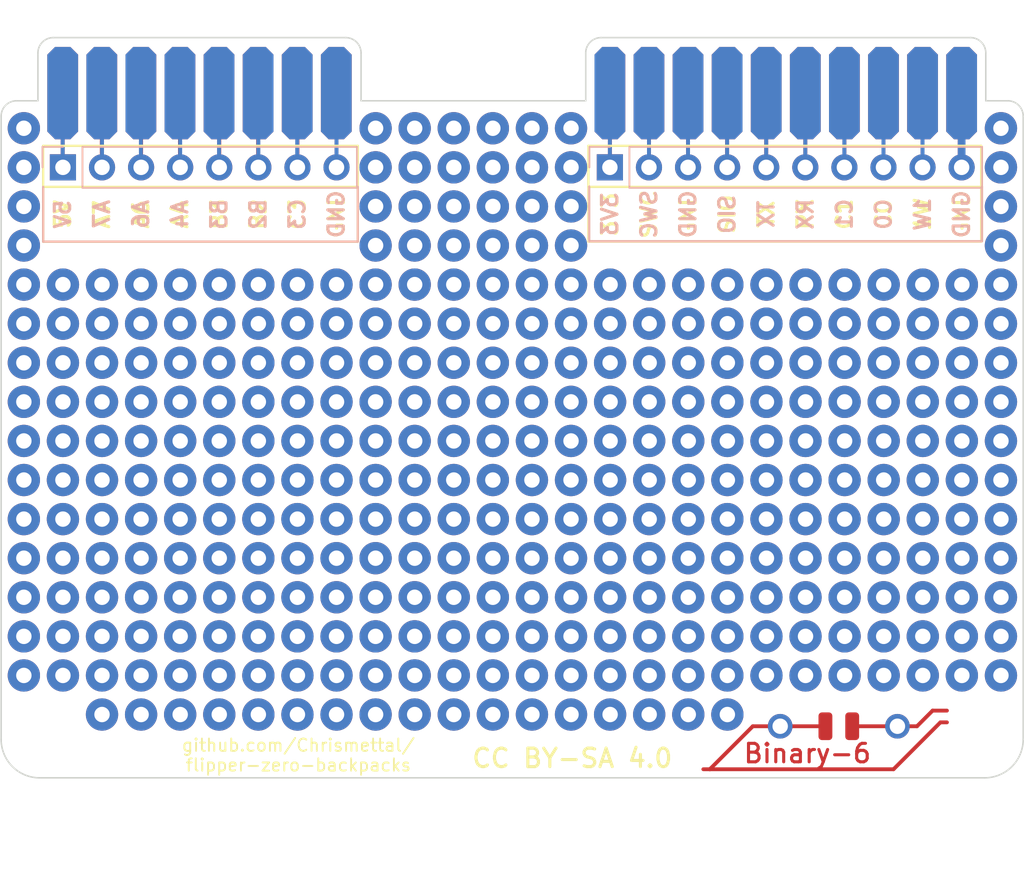
<source format=kicad_pcb>
(kicad_pcb (version 20221018) (generator pcbnew)
  (title_block (title "ESP32") (date "2023-04-09") (company "Binary-6"))
  (layers (0 "F.Cu" signal) (31 "B.Cu" signal) (34 "B.Paste" user) (35 "F.Paste" user) (36 "B.SilkS" user "B.Silkscreen") (37 "F.SilkS" user "F.Silkscreen") (38 "B.Mask" user) (39 "F.Mask" user) (44 "Edge.Cuts" user))
  (net 0 "")
  (net 1 "Net-(J2-Pin_1)")
  (net 2 "GND")
  (net 3 "Net-(J21-Pin_3)")
  (net 4 "Net-(J21-Pin_4)")
  (net 5 "Net-(J21-Pin_5)")
  (net 6 "Net-(J21-Pin_6)")
  (net 7 "Net-(J21-Pin_7)")
  (net 8 "Net-(J10-Pin_1)")
  (net 9 "Net-(J12-Pin_1)")
  (net 10 "Net-(J13-Pin_1)")
  (net 11 "Net-(J14-Pin_1)")
  (net 12 "Net-(J15-Pin_1)")
  (net 13 "Ext_+3.3V")
  (net 14 "Net-(J16-Pin_1)")
  (net 15 "Net-(J17-Pin_1)")
  (net 16 "Ext_+5V")
  (footprint "MeineBib:Protopin" (layer "F.Cu") (at 128.92 127.573)
    (fp_text reference "REF**" hide)
    (fp_text value "Protopin" hide)
  )
  (footprint "MeineBib:Protopin" (layer "F.Cu") (at 164.48 122.493)
    (fp_text reference "REF**" hide)
    (fp_text value "Protopin" hide)
  )
  (footprint "MeineBib:Protopin" (layer "F.Cu") (at 164.48 97.093)
    (fp_text reference "REF**" hide)
    (fp_text value "Protopin" hide)
  )
  (footprint "MeineBib:Protopin" (layer "F.Cu") (at 111.14 99.633)
    (fp_text reference "REF**" hide)
    (fp_text value "Protopin" hide)
  )
  (footprint "MeineBib:Protopin" (layer "F.Cu") (at 139.08 99.633)
    (fp_text reference "REF**" hide)
    (fp_text value "Protopin" hide)
  )
  (footprint "MeineBib:Protopin" (layer "F.Cu") (at 154.32 104.713)
    (fp_text reference "REF**" hide)
    (fp_text value "Protopin" hide)
  )
  (footprint "MeineBib:Protopin" (layer "F.Cu") (at 103.52 112.333)
    (fp_text reference "REF**" hide)
    (fp_text value "Protopin" hide)
  )
  (footprint "MeineBib:Protopin" (layer "F.Cu") (at 131.46 99.633)
    (fp_text reference "REF**" hide)
    (fp_text value "Protopin" hide)
  )
  (footprint "MeineBib:Protopin" (layer "F.Cu") (at 128.92 92.013)
    (fp_text reference "REF**" hide)
    (fp_text value "Protopin" hide)
  )
  (footprint "MeineBib:Protopin" (layer "F.Cu") (at 126.38 125.033)
    (fp_text reference "REF**" hide)
    (fp_text value "Protopin" hide)
  )
  (footprint "MeineBib:Protopin" (layer "F.Cu") (at 141.62 112.333)
    (fp_text reference "REF**" hide)
    (fp_text value "Protopin" hide)
  )
  (footprint "MeineBib:Protopin" (layer "F.Cu") (at 108.6 114.873)
    (fp_text reference "REF**" hide)
    (fp_text value "Protopin" hide)
  )
  (footprint "MeineBib:Board-Board-1mmEdge-2,54mm" (layer "F.Cu") (at 108.585 87.187)
    (fp_text reference "J3" hide)
    (fp_text value "PA6" hide)
  )
  (footprint "MeineBib:Protopin" (layer "F.Cu") (at 136.54 109.793)
    (fp_text reference "REF**" hide)
    (fp_text value "Protopin" hide)
  )
  (footprint "MeineBib:Protopin" (layer "F.Cu") (at 141.62 107.253)
    (fp_text reference "REF**" hide)
    (fp_text value "Protopin" hide)
  )
  (footprint "MeineBib:Protopin" (layer "F.Cu") (at 139.08 102.173)
    (fp_text reference "REF**" hide)
    (fp_text value "Protopin" hide)
  )
  (footprint "MeineBib:Protopin" (layer "F.Cu") (at 159.4 119.953)
    (fp_text reference "REF**" hide)
    (fp_text value "Protopin" hide)
  )
  (footprint "MeineBib:Board-Board-1mmEdge-2,54mm" (layer "F.Cu") (at 121.285 87.187)
    (fp_text reference "J8" hide)
    (fp_text value "GND" hide)
  )
  (footprint "MeineBib:Protopin" (layer "F.Cu") (at 128.92 117.413)
    (fp_text reference "REF**" hide)
    (fp_text value "Protopin" hide)
  )
  (footprint "MeineBib:Protopin" (layer "F.Cu") (at 134 122.493)
    (fp_text reference "REF**" hide)
    (fp_text value "Protopin" hide)
  )
  (footprint "MeineBib:Protopin" (layer "F.Cu") (at 144.16 107.253)
    (fp_text reference "REF**" hide)
    (fp_text value "Protopin" hide)
  )
  (footprint "MeineBib:Protopin" (layer "F.Cu") (at 108.6 107.253)
    (fp_text reference "REF**" hide)
    (fp_text value "Protopin" hide)
  )
  (footprint "MeineBib:Protopin" (layer "F.Cu") (at 116.22 112.333)
    (fp_text reference "REF**" hide)
    (fp_text value "Protopin" hide)
  )
  (footprint "MeineBib:Protopin" (layer "F.Cu") (at 131.46 104.713)
    (fp_text reference "REF**" hide)
    (fp_text value "Protopin" hide)
  )
  (footprint "MeineBib:Board-Board-1mmEdge-2,54mm" (layer "F.Cu") (at 144.145 87.187)
    (fp_text reference "J11" hide)
    (fp_text value "GND" hide)
  )
  (footprint "MeineBib:Protopin" (layer "F.Cu") (at 113.68 119.953)
    (fp_text reference "REF**" hide)
    (fp_text value "Protopin" hide)
  )
  (footprint "MeineBib:Protopin" (layer "F.Cu") (at 156.86 109.793)
    (fp_text reference "REF**" hide)
    (fp_text value "Protopin" hide)
  )
  (footprint "MeineBib:Protopin" (layer "F.Cu") (at 146.7 109.793)
    (fp_text reference "REF**" hide)
    (fp_text value "Protopin" hide)
  )
  (footprint "MeineBib:Protopin" (layer "F.Cu") (at 139.08 122.493)
    (fp_text reference "REF**" hide)
    (fp_text value "Protopin" hide)
  )
  (footprint "MeineBib:Protopin" (layer "F.Cu") (at 134 125.033)
    (fp_text reference "REF**" hide)
    (fp_text value "Protopin" hide)
  )
  (footprint "MeineBib:Protopin" (layer "F.Cu") (at 144.16 125.033)
    (fp_text reference "REF**" hide)
    (fp_text value "Protopin" hide)
  )
  (footprint "MeineBib:Protopin" (layer "F.Cu") (at 100.98 122.493)
    (fp_text reference "REF**" hide)
    (fp_text value "Protopin" hide)
  )
  (footprint "MeineBib:Protopin" (layer "F.Cu") (at 126.38 99.633)
    (fp_text reference "REF**" hide)
    (fp_text value "Protopin" hide)
  )
  (footprint "MeineBib:Protopin" (layer "F.Cu") (at 103.52 109.793)
    (fp_text reference "REF**" hide)
    (fp_text value "Protopin" hide)
  )
  (footprint "MeineBib:Protopin" (layer "F.Cu") (at 136.54 107.253)
    (fp_text reference "REF**" hide)
    (fp_text value "Protopin" hide)
  )
  (footprint "MeineBib:Protopin" (layer "F.Cu") (at 164.48 89.473)
    (fp_text reference "REF**" hide)
    (fp_text value "Protopin" hide)
  )
  (footprint "MeineBib:Protopin" (layer "F.Cu") (at 100.98 102.173)
    (fp_text reference "REF**" hide)
    (fp_text value "Protopin" hide)
  )
  (footprint "MeineBib:Protopin" (layer "F.Cu") (at 126.38 122.493)
    (fp_text reference "REF**" hide)
    (fp_text value "Protopin" hide)
  )
  (footprint "MeineBib:Protopin" (layer "F.Cu") (at 151.78 102.173)
    (fp_text reference "REF**" hide)
    (fp_text value "Protopin" hide)
  )
  (footprint "MeineBib:Protopin" (layer "F.Cu") (at 128.92 104.713)
    (fp_text reference "REF**" hide)
    (fp_text value "Protopin" hide)
  )
  (footprint "MeineBib:Board-Board-1mmEdge-2,54mm" (layer "F.Cu") (at 111.125 87.187)
    (fp_text reference "J4" hide)
    (fp_text value "PA4" hide)
  )
  (footprint "MeineBib:Protopin" (layer "F.Cu") (at 134 92.013)
    (fp_text reference "REF**" hide)
    (fp_text value "Protopin" hide)
  )
  (footprint "MeineBib:Protopin" (layer "F.Cu") (at 146.7 117.413)
    (fp_text reference "REF**" hide)
    (fp_text value "Protopin" hide)
  )
  (footprint "MeineBib:Protopin" (layer "F.Cu") (at 121.3 109.793)
    (fp_text reference "REF**" hide)
    (fp_text value "Protopin" hide)
  )
  (footprint "MeineBib:Protopin" (layer "F.Cu") (at 118.76 125.033)
    (fp_text reference "REF**" hide)
    (fp_text value "Protopin" hide)
  )
  (footprint "MeineBib:Protopin" (layer "F.Cu") (at 113.68 125.033)
    (fp_text reference "REF**" hide)
    (fp_text value "Protopin" hide)
  )
  (footprint "MeineBib:Protopin" (layer "F.Cu") (at 118.76 104.713)
    (fp_text reference "REF**" hide)
    (fp_text value "Protopin" hide)
  )
  (footprint "MeineBib:Protopin" (layer "F.Cu") (at 128.92 125.033)
    (fp_text reference "REF**" hide)
    (fp_text value "Protopin" hide)
  )
  (footprint "MeineBib:Board-Board-1mmEdge-2,54mm" (layer "F.Cu") (at 149.225 87.187)
    (fp_text reference "J13" hide)
    (fp_text value "UART_TX" hide)
  )
  (footprint "MeineBib:Protopin" (layer "F.Cu") (at 141.62 119.953)
    (fp_text reference "REF**" hide)
    (fp_text value "Protopin" hide)
  )
  (footprint "MeineBib:Protopin" (layer "F.Cu") (at 156.86 99.633)
    (fp_text reference "REF**" hide)
    (fp_text value "Protopin" hide)
  )
  (footprint "MeineBib:Protopin" (layer "F.Cu") (at 164.48 102.173)
    (fp_text reference "REF**" hide)
    (fp_text value "Protopin" hide)
  )
  (footprint "MeineBib:Protopin" (layer "F.Cu") (at 141.62 117.413)
    (fp_text reference "REF**" hide)
    (fp_text value "Protopin" hide)
  )
  (footprint "MeineBib:Protopin" (layer "F.Cu") (at 100.98 112.333)
    (fp_text reference "REF**" hide)
    (fp_text value "Protopin" hide)
  )
  (footprint "MeineBib:Protopin" (layer "F.Cu") (at 113.68 112.333)
    (fp_text reference "REF**" hide)
    (fp_text value "Protopin" hide)
  )
  (footprint "MeineBib:Protopin" (layer "F.Cu") (at 108.6 102.173)
    (fp_text reference "REF**" hide)
    (fp_text value "Protopin" hide)
  )
  (footprint "MeineBib:Protopin" (layer "F.Cu") (at 154.32 125.033)
    (fp_text reference "REF**" hide)
    (fp_text value "Protopin" hide)
  )
  (footprint "MeineBib:Protopin" (layer "F.Cu") (at 111.14 114.873)
    (fp_text reference "REF**" hide)
    (fp_text value "Protopin" hide)
  )
  (footprint "MeineBib:Protopin" (layer "F.Cu") (at 146.7 125.033)
    (fp_text reference "REF**" hide)
    (fp_text value "Protopin" hide)
  )
  (footprint "MeineBib:Protopin" (layer "F.Cu") (at 126.38 127.573)
    (fp_text reference "REF**" hide)
    (fp_text value "Protopin" hide)
  )
  (footprint "MeineBib:Protopin" (layer "F.Cu") (at 156.86 104.713)
    (fp_text reference "REF**" hide)
    (fp_text value "Protopin" hide)
  )
  (footprint "MeineBib:Protopin" (layer "F.Cu") (at 151.78 114.873)
    (fp_text reference "REF**" hide)
    (fp_text value "Protopin" hide)
  )
  (footprint "MeineBib:Protopin" (layer "F.Cu") (at 121.3 102.173)
    (fp_text reference "REF**" hide)
    (fp_text value "Protopin" hide)
  )
  (footprint "MeineBib:Board-Board-1mmEdge-2,54mm" (layer "F.Cu") (at 106.045 87.187)
    (fp_text reference "J2" hide)
    (fp_text value "PA7" hide)
  )
  (footprint "MeineBib:Protopin" (layer "F.Cu") (at 144.16 114.873)
    (fp_text reference "REF**" hide)
    (fp_text value "Protopin" hide)
  )
  (footprint "MeineBib:Protopin" (layer "F.Cu") (at 108.6 119.953)
    (fp_text reference "REF**" hide)
    (fp_text value "Protopin" hide)
  )
  (footprint "MeineBib:Protopin" (layer "F.Cu") (at 146.7 102.173)
    (fp_text reference "REF**" hide)
    (fp_text value "Protopin" hide)
  )
  (footprint "MeineBib:Protopin" (layer "F.Cu") (at 103.52 114.873)
    (fp_text reference "REF**" hide)
    (fp_text value "Protopin" hide)
  )
  (footprint "MeineBib:Protopin" (layer "F.Cu") (at 146.7 107.253)
    (fp_text reference "REF**" hide)
    (fp_text value "Protopin" hide)
  )
  (footprint "MeineBib:Protopin" (layer "F.Cu") (at 108.6 112.333)
    (fp_text reference "REF**" hide)
    (fp_text value "Protopin" hide)
  )
  (footprint "MeineBib:Protopin" (layer "F.Cu") (at 121.3 104.713)
    (fp_text reference "REF**" hide)
    (fp_text value "Protopin" hide)
  )
  (footprint "MeineBib:Protopin" (layer "F.Cu") (at 149.24 102.173)
    (fp_text reference "REF**" hide)
    (fp_text value "Protopin" hide)
  )
  (footprint "MeineBib:Board-Board-1mmEdge-2,54mm" (layer "F.Cu") (at 116.205 87.187)
    (fp_text reference "J6" hide)
    (fp_text value "PB2" hide)
  )
  (footprint "MeineBib:Protopin" (layer "F.Cu") (at 131.46 127.573)
    (fp_text reference "REF**" hide)
    (fp_text value "Protopin" hide)
  )
  (footprint "MeineBib:Protopin" (layer "F.Cu") (at 121.3 125.033)
    (fp_text reference "REF**" hide)
    (fp_text value "Protopin" hide)
  )
  (footprint "MeineBib:Protopin" (layer "F.Cu") (at 144.16 109.793)
    (fp_text reference "REF**" hide)
    (fp_text value "Protopin" hide)
  )
  (footprint "MeineBib:Protopin" (layer "F.Cu") (at 108.6 122.493)
    (fp_text reference "REF**" hide)
    (fp_text value "Protopin" hide)
  )
  (footprint "MeineBib:Protopin" (layer "F.Cu") (at 154.32 119.953)
    (fp_text reference "REF**" hide)
    (fp_text value "Protopin" hide)
  )
  (footprint "MeineBib:Protopin" (layer "F.Cu") (at 134 114.873)
    (fp_text reference "REF**" hide)
    (fp_text value "Protopin" hide)
  )
  (footprint "MeineBib:Protopin" (layer "F.Cu") (at 161.94 125.033)
    (fp_text reference "REF**" hide)
    (fp_text value "Protopin" hide)
  )
  (footprint "MeineBib:Protopin" (layer "F.Cu") (at 128.92 102.173)
    (fp_text reference "REF**" hide)
    (fp_text value "Protopin" hide)
  )
  (footprint "MeineBib:Protopin" (layer "F.Cu") (at 111.14 107.253)
    (fp_text reference "REF**" hide)
    (fp_text value "Protopin" hide)
  )
  (footprint "MeineBib:Protopin" (layer "F.Cu") (at 113.68 107.253)
    (fp_text reference "REF**" hide)
    (fp_text value "Protopin" hide)
  )
  (footprint "MeineBib:Protopin" (layer "F.Cu") (at 121.3 112.333)
    (fp_text reference "REF**" hide)
    (fp_text value "Protopin" hide)
  )
  (footprint "MeineBib:Protopin" (layer "F.Cu") (at 126.38 97.093)
    (fp_text reference "REF**" hide)
    (fp_text value "Protopin" hide)
  )
  (footprint "MeineBib:Protopin" (layer "F.Cu") (at 134 97.093)
    (fp_text reference "REF**" hide)
    (fp_text value "Protopin" hide)
  )
  (footprint "MeineBib:Protopin" (layer "F.Cu") (at 103.52 125.033)
    (fp_text reference "REF**" hide)
    (fp_text value "Protopin" hide)
  )
  (footprint "MeineBib:Protopin" (layer "F.Cu") (at 164.48 112.333)
    (fp_text reference "REF**" hide)
    (fp_text value "Protopin" hide)
  )
  (footprint "MeineBib:Protopin" (layer "F.Cu") (at 159.4 114.873)
    (fp_text reference "REF**" hide)
    (fp_text value "Protopin" hide)
  )
  (footprint "MeineBib:Protopin" (layer "F.Cu") (at 149.24 122.493)
    (fp_text reference "REF**" hide)
    (fp_text value "Protopin" hide)
  )
  (footprint "MeineBib:Protopin" (layer "F.Cu") (at 123.84 117.413)
    (fp_text reference "REF**" hide)
    (fp_text value "Protopin" hide)
  )
  (footprint "MeineBib:Protopin" (layer "F.Cu") (at 103.52 122.493)
    (fp_text reference "REF**" hide)
    (fp_text value "Protopin" hide)
  )
  (footprint "MeineBib:Protopin" (layer "F.Cu") (at 131.46 122.493)
    (fp_text reference "REF**" hide)
    (fp_text value "Protopin" hide)
  )
  (footprint "MeineBib:Protopin" (layer "F.Cu") (at 149.24 104.713)
    (fp_text reference "REF**" hide)
    (fp_text value "Protopin" hide)
  )
  (footprint "MeineBib:Protopin" (layer "F.Cu") (at 106.06 127.573)
    (fp_text reference "REF**" hide)
    (fp_text value "Protopin" hide)
  )
  (footprint "MeineBib:Protopin" (layer "F.Cu") (at 118.76 112.333)
    (fp_text reference "REF**" hide)
    (fp_text value "Protopin" hide)
  )
  (footprint "MeineBib:Protopin" (layer "F.Cu") (at 159.4 109.793)
    (fp_text reference "REF**" hide)
    (fp_text value "Protopin" hide)
  )
  (footprint "MeineBib:Protopin" (layer "F.Cu") (at 116.22 114.873)
    (fp_text reference "REF**" hide)
    (fp_text value "Protopin" hide)
  )
  (footprint "MeineBib:Protopin" (layer "F.Cu") (at 128.92 99.633)
    (fp_text reference "REF**" hide)
    (fp_text value "Protopin" hide)
  )
  (footprint "MeineBib:Board-Board-1mmEdge-2,54mm" (layer "F.Cu") (at 139.065 87.187)
    (fp_text reference "J9" hide)
    (fp_text value "3V3" hide)
  )
  (footprint "MeineBib:Protopin" (layer "F.Cu") (at 136.54 89.473)
    (fp_text reference "REF**" hide)
    (fp_text value "Protopin" hide)
  )
  (footprint "MeineBib:Protopin" (layer "F.Cu") (at 164.48 125.033)
    (fp_text reference "REF**" hide)
    (fp_text value "Protopin" hide)
  )
  (footprint "MeineBib:Protopin" (layer "F.Cu") (at 156.86 112.333)
    (fp_text reference "REF**" hide)
    (fp_text value "Protopin" hide)
  )
  (footprint "MeineBib:Protopin" (layer "F.Cu") (at 123.84 94.553)
    (fp_text reference "REF**" hide)
    (fp_text value "Protopin" hide)
  )
  (footprint "MeineBib:Board-Board-1mmEdge-2,54mm" (layer "F.Cu") (at 141.605 87.187)
    (fp_text reference "J10" hide)
    (fp_text value "SWCLK" hide)
  )
  (footprint "MeineBib:Protopin" (layer "F.Cu") (at 164.48 119.953)
    (fp_text reference "REF**" hide)
    (fp_text value "Protopin" hide)
  )
  (footprint "MeineBib:Protopin" (layer "F.Cu") (at 113.68 99.633)
    (fp_text reference "REF**" hide)
    (fp_text value "Protopin" hide)
  )
  (footprint "MeineBib:Protopin" (layer "F.Cu") (at 156.86 102.173)
    (fp_text reference "REF**" hide)
    (fp_text value "Protopin" hide)
  )
  (footprint "MeineBib:Protopin" (layer "F.Cu") (at 136.54 112.333)
    (fp_text reference "REF**" hide)
    (fp_text value "Protopin" hide)
  )
  (footprint "MeineBib:Protopin" (layer "F.Cu") (at 149.24 112.333)
    (fp_text reference "REF**" hide)
    (fp_text value "Protopin" hide)
  )
  (footprint "MeineBib:Protopin" (layer "F.Cu") (at 161.94 112.333)
    (fp_text reference "REF**" hide)
    (fp_text value "Protopin" hide)
  )
  (footprint "MeineBib:Protopin" (layer "F.Cu") (at 116.22 109.793)
    (fp_text reference "REF**" hide)
    (fp_text value "Protopin" hide)
  )
  (footprint "MeineBib:Protopin" (layer "F.Cu") (at 121.3 122.493)
    (fp_text reference "REF**" hide)
    (fp_text value "Protopin" hide)
  )
  (footprint "MeineBib:Protopin" (layer "F.Cu") (at 123.84 112.333)
    (fp_text reference "REF**" hide)
    (fp_text value "Protopin" hide)
  )
  (footprint "MeineBib:Protopin" (layer "F.Cu") (at 134 117.413)
    (fp_text reference "REF**" hide)
    (fp_text value "Protopin" hide)
  )
  (footprint "MeineBib:Protopin" (layer "F.Cu") (at 126.38 114.873)
    (fp_text reference "REF**" hide)
    (fp_text value "Protopin" hide)
  )
  (footprint "MeineBib:Protopin" (layer "F.Cu") (at 128.92 89.473)
    (fp_text reference "REF**" hide)
    (fp_text value "Protopin" hide)
  )
  (footprint "MeineBib:Protopin" (layer "F.Cu") (at 144.16 117.413)
    (fp_text reference "REF**" hide)
    (fp_text value "Protopin" hide)
  )
  (footprint "MeineBib:Protopin" (layer "F.Cu") (at 146.7 114.873)
    (fp_text reference "REF**" hide)
    (fp_text value "Protopin" hide)
  )
  (footprint "MeineBib:Protopin" (layer "F.Cu") (at 126.38 92.013)
    (fp_text reference "REF**" hide)
    (fp_text value "Protopin" hide)
  )
  (footprint "MeineBib:Protopin" (layer "F.Cu") (at 146.7 99.633)
    (fp_text reference "REF**" hide)
    (fp_text value "Protopin" hide)
  )
  (footprint "MeineBib:Protopin" (layer "F.Cu") (at 141.62 114.873)
    (fp_text reference "REF**" hide)
    (fp_text value "Protopin" hide)
  )
  (footprint "MeineBib:Protopin" (layer "F.Cu") (at 113.68 122.493)
    (fp_text reference "REF**" hide)
    (fp_text value "Protopin" hide)
  )
  (footprint "MeineBib:Board-Board-1mmEdge-2,54mm" (layer "F.Cu") (at 156.845 87.187)
    (fp_text reference "J16" hide)
    (fp_text value "PC0" hide)
  )
  (footprint "MeineBib:Protopin" (layer "F.Cu") (at 154.32 122.493)
    (fp_text reference "REF**" hide)
    (fp_text value "Protopin" hide)
  )
  (footprint "MeineBib:Protopin" (layer "F.Cu") (at 134 99.633)
    (fp_text reference "REF**" hide)
    (fp_text value "Protopin" hide)
  )
  (footprint "MeineBib:Board-Board-1mmEdge-2,54mm" (layer "F.Cu") (at 154.305 87.187)
    (fp_text reference "J15" hide)
    (fp_text value "PC1" hide)
  )
  (footprint "MeineBib:Protopin" (layer "F.Cu") (at 128.92 109.793)
    (fp_text reference "REF**" hide)
    (fp_text value "Protopin" hide)
  )
  (footprint "MeineBib:Protopin" (layer "F.Cu") (at 136.54 102.173)
    (fp_text reference "REF**" hide)
    (fp_text value "Protopin" hide)
  )
  (footprint "MeineBib:Protopin" (layer "F.Cu") (at 121.3 127.573)
    (fp_text reference "REF**" hide)
    (fp_text value "Protopin" hide)
  )
  (footprint "MeineBib:Protopin" (layer "F.Cu") (at 141.62 127.573)
    (fp_text reference "REF**" hide)
    (fp_text value "Protopin" hide)
  )
  (footprint "MeineBib:Protopin" (layer "F.Cu") (at 154.32 107.253)
    (fp_text reference "REF**" hide)
    (fp_text value "Protopin" hide)
  )
  (footprint "MeineBib:Protopin" (layer "F.Cu") (at 100.98 114.873)
    (fp_text reference "REF**" hide)
    (fp_text value "Protopin" hide)
  )
  (footprint "MeineBib:Board-Board-1mmEdge-2,54mm" (layer "F.Cu") (at 161.925 87.187)
    (fp_text reference "J18" hide)
    (fp_text value "GND" hide)
  )
  (footprint "MeineBib:Protopin" (layer "F.Cu") (at 111.14 117.413)
    (fp_text reference "REF**" hide)
    (fp_text value "Protopin" hide)
  )
  (footprint "MeineBib:Protopin" (layer "F.Cu") (at 123.84 107.253)
    (fp_text reference "REF**" hide)
    (fp_text value "Protopin" hide)
  )
  (footprint "MeineBib:Protopin" (layer "F.Cu") (at 100.98 94.553)
    (fp_text reference "REF**" hide)
    (fp_text value "Protopin" hide)
  )
  (footprint "MeineBib:Protopin" (layer "F.Cu") (at 136.54 94.553)
    (fp_text reference "REF**" hide)
    (fp_text value "Protopin" hide)
  )
  (footprint "MeineBib:Board-Board-1mmEdge-2,54mm" (layer "F.Cu") (at 118.745 87.187)
    (fp_text reference "J7" hide)
    (fp_text value "PC3" hide)
  )
  (footprint "MeineBib:Protopin" (layer "F.Cu") (at 131.46 97.093)
    (fp_text reference "REF**" hide)
    (fp_text value "Protopin" hide)
  )
  (footprint "MeineBib:Protopin" (layer "F.Cu") (at 131.46 107.253)
    (fp_text reference "REF**" hide)
    (fp_text value "Protopin" hide)
  )
  (footprint "MeineBib:Protopin" (layer "F.Cu") (at 131.46 119.953)
    (fp_text reference "REF**" hide)
    (fp_text value "Protopin" hide)
  )
  (footprint "MeineBib:Protopin" (layer "F.Cu") (at 106.06 119.953)
    (fp_text reference "REF**" hide)
    (fp_text value "Protopin" hide)
  )
  (footprint "MeineBib:Protopin" (layer "F.Cu") (at 154.32 99.633)
    (fp_text reference "REF**" hide)
    (fp_text value "Protopin" hide)
  )
  (footprint "MeineBib:Protopin" (layer "F.Cu") (at 128.92 107.253)
    (fp_text reference "REF**" hide)
    (fp_text value "Protopin" hide)
  )
  (footprint "MeineBib:Protopin" (layer "F.Cu") (at 113.68 109.793)
    (fp_text reference "REF**" hide)
    (fp_text value "Protopin" hide)
  )
  (footprint "MeineBib:Protopin" (layer "F.Cu") (at 100.98 97.093)
    (fp_text reference "REF**" hide)
    (fp_text value "Protopin" hide)
  )
  (footprint "MeineBib:Protopin" (layer "F.Cu") (at 103.52 104.713)
    (fp_text reference "REF**" hide)
    (fp_text value "Protopin" hide)
  )
  (footprint "MeineBib:Protopin" (layer "F.Cu") (at 126.38 107.253)
    (fp_text reference "REF**" hide)
    (fp_text value "Protopin" hide)
  )
  (footprint "MeineBib:Protopin" (layer "F.Cu") (at 128.92 97.093)
    (fp_text reference "REF**" hide)
    (fp_text value "Protopin" hide)
  )
  (footprint "MeineBib:Protopin" (layer "F.Cu") (at 118.76 107.253)
    (fp_text reference "REF**" hide)
    (fp_text value "Protopin" hide)
  )
  (footprint "MeineBib:Protopin" (layer "F.Cu") (at 123.84 119.953)
    (fp_text reference "REF**" hide)
    (fp_text value "Protopin" hide)
  )
  (footprint "MeineBib:Protopin" (layer "F.Cu") (at 131.46 125.033)
    (fp_text reference "REF**" hide)
    (fp_text value "Protopin" hide)
  )
  (footprint "MeineBib:Protopin" (layer "F.Cu") (at 116.22 117.413)
    (fp_text reference "REF**" hide)
    (fp_text value "Protopin" hide)
  )
  (footprint "MeineBib:Protopin" (layer "F.Cu") (at 100.98 109.793)
    (fp_text reference "REF**" hide)
    (fp_text value "Protopin" hide)
  )
  (footprint "MeineBib:Protopin" (layer "F.Cu") (at 134 94.553)
    (fp_text reference "REF**" hide)
    (fp_text value "Protopin" hide)
  )
  (footprint "MeineBib:Protopin" (layer "F.Cu") (at 108.6 127.573)
    (fp_text reference "REF**" hide)
    (fp_text value "Protopin" hide)
  )
  (footprint "MeineBib:Protopin" (layer "F.Cu") (at 141.62 104.713)
    (fp_text reference "REF**" hide)
    (fp_text value "Protopin" hide)
  )
  (footprint "MeineBib:Protopin" (layer "F.Cu") (at 123.84 122.493)
    (fp_text reference "REF**" hide)
    (fp_text value "Protopin" hide)
  )
  (footprint "MeineBib:Protopin" (layer "F.Cu") (at 161.94 99.633)
    (fp_text reference "REF**" hide)
    (fp_text value "Protopin" hide)
  )
  (footprint "MeineBib:Protopin" (layer "F.Cu") (at 118.76 122.493)
    (fp_text reference "REF**" hide)
    (fp_text value "Protopin" hide)
  )
  (footprint "MeineBib:Protopin" (layer "F.Cu") (at 126.38 119.953)
    (fp_text reference "REF**" hide)
    (fp_text value "Protopin" hide)
  )
  (footprint "MeineBib:Protopin" (layer "F.Cu") (at 139.08 112.333)
    (fp_text reference "REF**" hide)
    (fp_text value "Protopin" hide)
  )
  (footprint "MeineBib:Protopin" (layer "F.Cu") (at 106.06 125.033)
    (fp_text reference "REF**" hide)
    (fp_text value "Protopin" hide)
  )
  (footprint "MeineBib:Protopin" (layer "F.Cu") (at 123.84 99.633)
    (fp_text reference "REF**" hide)
    (fp_text value "Protopin" hide)
  )
  (footprint "MeineBib:Protopin" (layer "F.Cu") (at 139.08 117.413)
    (fp_text reference "REF**" hide)
    (fp_text value "Protopin" hide)
  )
  (footprint "MeineBib:Protopin" (layer "F.Cu") (at 149.24 117.413)
    (fp_text reference "REF**" hide)
    (fp_text value "Protopin" hide)
  )
  (footprint "MeineBib:Protopin" (layer "F.Cu") (at 118.76 102.173)
    (fp_text reference "REF**" hide)
    (fp_text value "Protopin" hide)
  )
  (footprint "MeineBib:Protopin" (layer "F.Cu") (at 144.16 122.493)
    (fp_text reference "REF**" hide)
    (fp_text value "Protopin" hide)
  )
  (footprint "MeineBib:Protopin" (layer "F.Cu") (at 149.24 125.033)
    (fp_text reference "REF**" hide)
    (fp_text value "Protopin" hide)
  )
  (footprint "MeineBib:Protopin" (layer "F.Cu") (at 116.22 122.493)
    (fp_text reference "REF**" hide)
    (fp_text value "Protopin" hide)
  )
  (footprint "MeineBib:Protopin" (layer "F.Cu") (at 123.84 92.013)
    (fp_text reference "REF**" hide)
    (fp_text value "Protopin" hide)
  )
  (footprint "MeineBib:Protopin" (layer "F.Cu") (at 144.16 104.713)
    (fp_text reference "REF**" hide)
    (fp_text value "Protopin" hide)
  )
  (footprint "MeineBib:Protopin" (layer "F.Cu") (at 156.86 107.253)
    (fp_text reference "REF**" hide)
    (fp_text value "Protopin" hide)
  )
  (footprint "MeineBib:Protopin" (layer "F.Cu") (at 156.86 117.413)
    (fp_text reference "REF**" hide)
    (fp_text value "Protopin" hide)
  )
  (footprint "MeineBib:Protopin" (layer "F.Cu") (at 164.48 99.633)
    (fp_text reference "REF**" hide)
    (fp_text value "Protopin" hide)
  )
  (footprint "MeineBib:Protopin" (layer "F.Cu") (at 159.4 99.633)
    (fp_text reference "REF**" hide)
    (fp_text value "Protopin" hide)
  )
  (footprint "MeineBib:Protopin" (layer "F.Cu") (at 100.98 104.713)
    (fp_text reference "REF**" hide)
    (fp_text value "Protopin" hide)
  )
  (footprint "MeineBib:Protopin" (layer "F.Cu") (at 100.98 107.253)
    (fp_text reference "REF**" hide)
    (fp_text value "Protopin" hide)
  )
  (footprint "MeineBib:Protopin" (layer "F.Cu") (at 116.22 107.253)
    (fp_text reference "REF**" hide)
    (fp_text value "Protopin" hide)
  )
  (footprint "MeineBib:Protopin" (layer "F.Cu") (at 108.6 117.413)
    (fp_text reference "REF**" hide)
    (fp_text value "Protopin" hide)
  )
  (footprint "MeineBib:Protopin" (layer "F.Cu") (at 161.94 119.953)
    (fp_text reference "REF**" hide)
    (fp_text value "Protopin" hide)
  )
  (footprint "MeineBib:Protopin" (layer "F.Cu") (at 118.76 119.953)
    (fp_text reference "REF**" hide)
    (fp_text value "Protopin" hide)
  )
  (footprint "MeineBib:Protopin" (layer "F.Cu") (at 164.48 117.413)
    (fp_text reference "REF**" hide)
    (fp_text value "Protopin" hide)
  )
  (footprint "MeineBib:Protopin" (layer "F.Cu") (at 116.22 104.713)
    (fp_text reference "REF**" hide)
    (fp_text value "Protopin" hide)
  )
  (footprint "MeineBib:Protopin" (layer "F.Cu") (at 151.78 107.253)
    (fp_text reference "REF**" hide)
    (fp_text value "Protopin" hide)
  )
  (footprint "MeineBib:Protopin" (layer "F.Cu") (at 100.98 99.633)
    (fp_text reference "REF**" hide)
    (fp_text value "Protopin" hide)
  )
  (footprint "MeineBib:Protopin" (layer "F.Cu") (at 126.38 117.413)
    (fp_text reference "REF**" hide)
    (fp_text value "Protopin" hide)
  )
  (footprint "MeineBib:Protopin" (layer "F.Cu") (at 116.22 125.033)
    (fp_text reference "REF**" hide)
    (fp_text value "Protopin" hide)
  )
  (footprint "MeineBib:Protopin" (layer "F.Cu") (at 139.08 107.253)
    (fp_text reference "REF**" hide)
    (fp_text value "Protopin" hide)
  )
  (footprint "MeineBib:Protopin" (layer "F.Cu") (at 164.48 94.553)
    (fp_text reference "REF**" hide)
    (fp_text value "Protopin" hide)
  )
  (footprint "MeineBib:Protopin" (layer "F.Cu") (at 106.06 99.633)
    (fp_text reference "REF**" hide)
    (fp_text value "Protopin" hide)
  )
  (footprint "MeineBib:Protopin" (layer "F.Cu") (at 156.86 125.033)
    (fp_text reference "REF**" hide)
    (fp_text value "Protopin" hide)
  )
  (footprint "MeineBib:Protopin" (layer "F.Cu") (at 154.32 117.413)
    (fp_text reference "REF**" hide)
    (fp_text value "Protopin" hide)
  )
  (footprint "MeineBib:Protopin" (layer "F.Cu") (at 136.54 99.633)
    (fp_text reference "REF**" hide)
    (fp_text value "Protopin" hide)
  )
  (footprint "MeineBib:Protopin" (layer "F.Cu") (at 128.92 94.553)
    (fp_text reference "REF**" hide)
    (fp_text value "Protopin" hide)
  )
  (footprint "MeineBib:Protopin" (layer "F.Cu") (at 151.78 119.953)
    (fp_text reference "REF**" hide)
    (fp_text value "Protopin" hide)
  )
  (footprint "MeineBib:Board-Board-1mmEdge-2,54mm" (layer "F.Cu") (at 159.385 87.187)
    (fp_text reference "J17" hide)
    (fp_text value "PB14" hide)
  )
  (footprint "MeineBib:EigenesMountingHole_2.6mm_M2.5_Small" (layer "F.Cu") (at 102.005 129.187)
    (fp_text reference "MK2" hide)
    (fp_text value "Mounting_Hole" hide)
  )
  (footprint "MeineBib:Protopin" (layer "F.Cu") (at 126.38 104.713)
    (fp_text reference "REF**" hide)
    (fp_text value "Protopin" hide)
  )
  (footprint "MeineBib:Protopin" (layer "F.Cu") (at 159.4 117.413)
    (fp_text reference "REF**" hide)
    (fp_text value "Protopin" hide)
  )
  (footprint "MeineBib:Protopin" (layer "F.Cu") (at 108.6 125.033)
    (fp_text reference "REF**" hide)
    (fp_text value "Protopin" hide)
  )
  (footprint "MeineBib:Protopin" (layer "F.Cu") (at 103.52 99.633)
    (fp_text reference "REF**" hide)
    (fp_text value "Protopin" hide)
  )
  (footprint "MeineBib:Protopin" (layer "F.Cu") (at 159.4 112.333)
    (fp_text reference "REF**" hide)
    (fp_text value "Protopin" hide)
  )
  (footprint "MeineBib:Protopin" (layer "F.Cu") (at 126.38 109.793)
    (fp_text reference "REF**" hide)
    (fp_text value "Protopin" hide)
  )
  (footprint "MeineBib:Protopin" (layer "F.Cu") (at 151.78 122.493)
    (fp_text reference "REF**" hide)
    (fp_text value "Protopin" hide)
  )
  (footprint "MeineBib:Protopin" (layer "F.Cu") (at 111.14 102.173)
    (fp_text reference "REF**" hide)
    (fp_text value "Protopin" hide)
  )
  (footprint "MeineBib:Protopin" (layer "F.Cu") (at 121.3 119.953)
    (fp_text reference "REF**" hide)
    (fp_text value "Protopin" hide)
  )
  (footprint "MeineBib:Board-Board-1mmEdge-2,54mm" (layer "F.Cu") (at 151.765 87.187)
    (fp_text reference "J14" hide)
    (fp_text value "UART_RX" hide)
  )
  (footprint "MeineBib:Protopin" (layer "F.Cu") (at 108.6 99.633)
    (fp_text reference "REF**" hide)
    (fp_text value "Protopin" hide)
  )
  (footprint "MeineBib:Protopin" (layer "F.Cu") (at 136.54 122.493)
    (fp_text reference "REF**" hide)
    (fp_text value "Protopin" hide)
  )
  (footprint "MeineBib:Protopin" (layer "F.Cu") (at 106.06 122.493)
    (fp_text reference "REF**" hide)
    (fp_text value "Protopin" hide)
  )
  (footprint "MeineBib:Protopin" (layer "F.Cu") (at 134 102.173)
    (fp_text reference "REF**" hide)
    (fp_text value "Protopin" hide)
  )
  (footprint "MeineBib:Protopin" (layer "F.Cu") (at 154.32 114.873)
    (fp_text reference "REF**" hide)
    (fp_text value "Protopin" hide)
  )
  (footprint "MeineBib:Protopin" (layer "F.Cu") (at 144.16 99.633)
    (fp_text reference "REF**" hide)
    (fp_text value "Protopin" hide)
  )
  (footprint "MeineBib:Protopin" (layer "F.Cu") (at 139.08 114.873)
    (fp_text reference "REF**" hide)
    (fp_text value "Protopin" hide)
  )
  (footprint "MeineBib:Protopin" (layer "F.Cu") (at 134 119.953)
    (fp_text reference "REF**" hide)
    (fp_text value "Protopin" hide)
  )
  (footprint "MeineBib:Protopin" (layer "F.Cu") (at 136.54 125.033)
    (fp_text reference "REF**" hide)
    (fp_text value "Protopin" hide)
  )
  (footprint "MeineBib:Protopin" (layer "F.Cu") (at 100.98 125.033)
    (fp_text reference "REF**" hide)
    (fp_text value "Protopin" hide)
  )
  (footprint "MeineBib:Protopin" (layer "F.Cu") (at 100.98 92.013)
    (fp_text reference "REF**" hide)
    (fp_text value "Protopin" hide)
  )
  (footprint "MeineBib:Protopin" (layer "F.Cu") (at 126.38 89.473)
    (fp_text reference "REF**" hide)
    (fp_text value "Protopin" hide)
  )
  (footprint "MeineBib:Board-Board-1mmEdge-2,54mm" (layer "F.Cu") (at 146.685 87.187)
    (fp_text reference "J12" hide)
    (fp_text value "SWDIO" hide)
  )
  (footprint "MeineBib:Protopin" (layer "F.Cu") (at 154.32 102.173)
    (fp_text reference "REF**" hide)
    (fp_text value "Protopin" hide)
  )
  (footprint "MeineBib:Protopin" (layer "F.Cu") (at 121.3 107.253)
    (fp_text reference "REF**" hide)
    (fp_text value "Protopin" hide)
  )
  (footprint "MeineBib:Protopin" (layer "F.Cu") (at 164.48 107.253)
    (fp_text reference "REF**" hide)
    (fp_text value "Protopin" hide)
  )
  (footprint "MeineBib:Protopin" (layer "F.Cu") (at 111.14 125.033)
    (fp_text reference "REF**" hide)
    (fp_text value "Protopin" hide)
  )
  (footprint "MeineBib:Protopin" (layer "F.Cu") (at 161.94 102.173)
    (fp_text reference "REF**" hide)
    (fp_text value "Protopin" hide)
  )
  (footprint "MeineBib:Protopin" (layer "F.Cu") (at 118.76 114.873)
    (fp_text reference "REF**" hide)
    (fp_text value "Protopin" hide)
  )
  (footprint "MeineBib:Protopin" (layer "F.Cu") (at 146.7 119.953)
    (fp_text reference "REF**" hide)
    (fp_text value "Protopin" hide)
  )
  (footprint "MeineBib:Protopin" (layer "F.Cu") (at 106.06 114.873)
    (fp_text reference "REF**" hide)
    (fp_text value "Protopin" hide)
  )
  (footprint "MeineBib:Protopin" (layer "F.Cu") (at 141.62 109.793)
    (fp_text reference "REF**" hide)
    (fp_text value "Protopin" hide)
  )
  (footprint "MeineBib:Protopin" (layer "F.Cu") (at 161.94 104.713)
    (fp_text reference "REF**" hide)
    (fp_text value "Protopin" hide)
  )
  (footprint "MeineBib:Protopin" (layer "F.Cu") (at 151.78 112.333)
    (fp_text reference "REF**" hide)
    (fp_text value "Protopin" hide)
  )
  (footprint "MeineBib:Protopin" (layer "F.Cu") (at 113.68 117.413)
    (fp_text reference "REF**" hide)
    (fp_text value "Protopin" hide)
  )
  (footprint "MeineBib:Protopin" (layer "F.Cu") (at 126.38 102.173)
    (fp_text reference "REF**" hide)
    (fp_text value "Protopin" hide)
  )
  (footprint "MeineBib:Protopin" (layer "F.Cu") (at 108.6 104.713)
    (fp_text reference "REF**" hide)
    (fp_text value "Protopin" hide)
  )
  (footprint "MeineBib:Protopin" (layer "F.Cu") (at 161.94 107.253)
    (fp_text reference "REF**" hide)
    (fp_text value "Protopin" hide)
  )
  (footprint "MeineBib:Protopin" (layer "F.Cu") (at 146.7 104.713)
    (fp_text reference "REF**" hide)
    (fp_text value "Protopin" hide)
  )
  (footprint "MeineBib:Protopin" (layer "F.Cu") (at 111.14 104.713)
    (fp_text reference "REF**" hide)
    (fp_text value "Protopin" hide)
  )
  (footprint "MeineBib:Protopin" (layer "F.Cu") (at 146.7 112.333)
    (fp_text reference "REF**" hide)
    (fp_text value "Protopin" hide)
  )
  (footprint "MeineBib:Protopin" (layer "F.Cu") (at 100.98 89.473)
    (fp_text reference "REF**" hide)
    (fp_text value "Protopin" hide)
  )
  (footprint "MeineBib:Protopin" (layer "F.Cu") (at 151.78 104.713)
    (fp_text reference "REF**" hide)
    (fp_text value "Protopin" hide)
  )
  (footprint "MeineBib:Protopin" (layer "F.Cu") (at 131.46 89.473)
    (fp_text reference "REF**" hide)
    (fp_text value "Protopin" hide)
  )
  (footprint "MeineBib:Protopin" (layer "F.Cu") (at 136.54 104.713)
    (fp_text reference "REF**" hide)
    (fp_text value "Protopin" hide)
  )
  (footprint "MeineBib:Protopin" (layer "F.Cu") (at 126.38 112.333)
    (fp_text reference "REF**" hide)
    (fp_text value "Protopin" hide)
  )
  (footprint "MeineBib:Protopin" (layer "F.Cu") (at 134 127.573)
    (fp_text reference "REF**" hide)
    (fp_text value "Protopin" hide)
  )
  (footprint "MeineBib:Protopin" (layer "F.Cu") (at 128.92 119.953)
    (fp_text reference "REF**" hide)
    (fp_text value "Protopin" hide)
  )
  (footprint "MeineBib:Protopin" (layer "F.Cu") (at 123.84 109.793)
    (fp_text reference "REF**" hide)
    (fp_text value "Protopin" hide)
  )
  (footprint "MeineBib:Protopin" (layer "F.Cu") (at 139.08 104.713)
    (fp_text reference "REF**" hide)
    (fp_text value "Protopin" hide)
  )
  (footprint "MeineBib:Protopin" (layer "F.Cu") (at 141.62 99.633)
    (fp_text reference "REF**" hide)
    (fp_text value "Protopin" hide)
  )
  (footprint "MeineBib:Protopin" (layer "F.Cu") (at 136.54 92.013)
    (fp_text reference "REF**" hide)
    (fp_text value "Protopin" hide)
  )
  (footprint "MeineBib:Protopin" (layer "F.Cu") (at 151.78 125.033)
    (fp_text reference "REF**" hide)
    (fp_text value "Protopin" hide)
  )
  (footprint "MeineBib:Protopin" (layer "F.Cu") (at 116.22 102.173)
    (fp_text reference "REF**" hide)
    (fp_text value "Protopin" hide)
  )
  (footprint "MeineBib:Protopin" (layer "F.Cu") (at 123.84 102.173)
    (fp_text reference "REF**" hide)
    (fp_text value "Protopin" hide)
  )
  (footprint "MeineBib:Protopin" (layer "F.Cu") (at 103.52 102.173)
    (fp_text reference "REF**" hide)
    (fp_text value "Protopin" hide)
  )
  (footprint "MeineBib:Protopin" (layer "F.Cu") (at 116.22 119.953)
    (fp_text reference "REF**" hide)
    (fp_text value "Protopin" hide)
  )
  (footprint "MeineBib:Protopin" (layer "F.Cu") (at 164.48 104.713)
    (fp_text reference "REF**" hide)
    (fp_text value "Protopin" hide)
  )
  (footprint "MeineBib:Protopin" (layer "F.Cu") (at 159.4 125.033)
    (fp_text reference "REF**" hide)
    (fp_text value "Protopin" hide)
  )
  (footprint "MeineBib:Protopin" (layer "F.Cu") (at 136.54 127.573)
    (fp_text reference "REF**" hide)
    (fp_text value "Protopin" hide)
  )
  (footprint "MeineBib:Protopin" (layer "F.Cu") (at 118.76 127.573)
    (fp_text reference "REF**" hide)
    (fp_text value "Protopin" hide)
  )
  (footprint "MeineBib:Protopin" (layer "F.Cu") (at 123.84 97.093)
    (fp_text reference "REF**" hide)
    (fp_text value "Protopin" hide)
  )
  (footprint "MeineBib:Protopin" (layer "F.Cu") (at 113.68 127.573)
    (fp_text reference "REF**" hide)
    (fp_text value "Protopin" hide)
  )
  (footprint "MeineBib:Protopin" (layer "F.Cu") (at 156.86 119.953)
    (fp_text reference "REF**" hide)
    (fp_text value "Protopin" hide)
  )
  (footprint "MeineBib:Protopin" (layer "F.Cu") (at 161.94 114.873)
    (fp_text reference "REF**" hide)
    (fp_text value "Protopin" hide)
  )
  (footprint "MeineBib:Protopin" (layer "F.Cu") (at 131.46 94.553)
    (fp_text reference "REF**" hide)
    (fp_text value "Protopin" hide)
  )
  (footprint "MeineBib:Protopin" (layer "F.Cu") (at 100.98 119.953)
    (fp_text reference "REF**" hide)
    (fp_text value "Protopin" hide)
  )
  (footprint "MeineBib:Protopin" (layer "F.Cu") (at 106.06 104.713)
    (fp_text reference "REF**" hide)
    (fp_text value "Protopin" hide)
  )
  (footprint "MeineBib:Protopin" (layer "F.Cu") (at 106.06 112.333)
    (fp_text reference "REF**" hide)
    (fp_text value "Protopin" hide)
  )
  (footprint "MeineBib:Protopin" (layer "F.Cu") (at 139.08 119.953)
    (fp_text reference "REF**" hide)
    (fp_text value "Protopin" hide)
  )
  (footprint "MeineBib:Protopin" (layer "F.Cu") (at 134 107.253)
    (fp_text reference "REF**" hide)
    (fp_text value "Protopin" hide)
  )
  (footprint "MeineBib:Protopin" (layer "F.Cu") (at 144.16 102.173)
    (fp_text reference "REF**" hide)
    (fp_text value "Protopin" hide)
  )
  (footprint "MeineBib:EigenesMountingHole_2.6mm_M2.5_Small" (layer "F.Cu") (at 163.425 129.187)
    (fp_text reference "MK2" hide)
    (fp_text value "Mounting_Hole" hide)
  )
  (footprint "MeineBib:Protopin" (layer "F.Cu") (at 131.46 109.793)
    (fp_text reference "REF**" hide)
    (fp_text value "Protopin" hide)
  )
  (footprint "MeineBib:Protopin" (layer "F.Cu") (at 151.78 117.413)
    (fp_text reference "REF**" hide)
    (fp_text value "Protopin" hide)
  )
  (footprint "MeineBib:Protopin" (layer "F.Cu") (at 118.76 117.413)
    (fp_text reference "REF**" hide)
    (fp_text value "Protopin" hide)
  )
  (footprint "MeineBib:Protopin" (layer "F.Cu") (at 149.24 107.253)
    (fp_text reference "REF**" hide)
    (fp_text value "Protopin" hide)
  )
  (footprint "MeineBib:Protopin" (layer "F.Cu") (at 106.06 117.413)
    (fp_text reference "REF**" hide)
    (fp_text value "Protopin" hide)
  )
  (footprint "MeineBib:Protopin" (layer "F.Cu") (at 164.48 114.873)
    (fp_text reference "REF**" hide)
    (fp_text value "Protopin" hide)
  )
  (footprint "MeineBib:Protopin" (layer "F.Cu") (at 159.4 122.493)
    (fp_text reference "REF**" hide)
    (fp_text value "Protopin" hide)
  )
  (footprint "MeineBib:Protopin" (layer "F.Cu") (at 111.14 119.953)
    (fp_text reference "REF**" hide)
    (fp_text value "Protopin" hide)
  )
  (footprint "MeineBib:Protopin" (layer "F.Cu") (at 106.06 109.793)
    (fp_text reference "REF**" hide)
    (fp_text value "Protopin" hide)
  )
  (footprint "MeineBib:Binary_6_v0.1_tiny_silk" (layer "F.Cu") (at 153.9684 129.3002)
    (fp_text reference "H7" hide)
    (fp_text value "Symbol_Binary6" hide)
  )
  (footprint "MeineBib:Protopin" (layer "F.Cu") (at 116.22 99.633)
    (fp_text reference "REF**" hide)
    (fp_text value "Protopin" hide)
  )
  (footprint "MeineBib:Protopin" (layer "F.Cu") (at 123.84 114.873)
    (fp_text reference "REF**" hide)
    (fp_text value "Protopin" hide)
  )
  (footprint "MeineBib:Protopin" (layer "F.Cu") (at 139.08 127.573)
    (fp_text reference "REF**" hide)
    (fp_text value "Protopin" hide)
  )
  (footprint "MeineBib:Protopin" (layer "F.Cu") (at 103.52 119.953)
    (fp_text reference "REF**" hide)
    (fp_text value "Protopin" hide)
  )
  (footprint "MeineBib:Protopin" (layer "F.Cu") (at 144.16 119.953)
    (fp_text reference "REF**" hide)
    (fp_text value "Protopin" hide)
  )
  (footprint "MeineBib:Protopin" (layer "F.Cu") (at 134 89.473)
    (fp_text reference "REF**" hide)
    (fp_text value "Protopin" hide)
  )
  (footprint "MeineBib:Protopin" (layer "F.Cu") (at 106.06 102.173)
    (fp_text reference "REF**" hide)
    (fp_text value "Protopin" hide)
  )
  (footprint "MeineBib:Protopin" (layer "F.Cu") (at 159.4 107.253)
    (fp_text reference "REF**" hide)
    (fp_text value "Protopin" hide)
  )
  (footprint "MeineBib:Protopin" (layer "F.Cu") (at 146.7 127.573)
    (fp_text reference "REF**" hide)
    (fp_text value "Protopin" hide)
  )
  (footprint "MeineBib:Protopin" (layer "F.Cu") (at 141.62 125.033)
    (fp_text reference "REF**" hide)
    (fp_text value "Protopin" hide)
  )
  (footprint "MeineBib:Protopin" (layer "F.Cu") (at 100.98 117.413)
    (fp_text reference "REF**" hide)
    (fp_text value "Protopin" hide)
  )
  (footprint "MeineBib:Protopin" (layer "F.Cu") (at 123.84 104.713)
    (fp_text reference "REF**" hide)
    (fp_text value "Protopin" hide)
  )
  (footprint "MeineBib:Protopin" (layer "F.Cu") (at 123.84 125.033)
    (fp_text reference "REF**" hide)
    (fp_text value "Protopin" hide)
  )
  (footprint "MeineBib:Protopin" (layer "F.Cu") (at 141.62 102.173)
    (fp_text reference "REF**" hide)
    (fp_text value "Protopin" hide)
  )
  (footprint "MeineBib:Protopin" (layer "F.Cu") (at 126.38 94.553)
    (fp_text reference "REF**" hide)
    (fp_text value "Protopin" hide)
  )
  (footprint "MeineBib:Protopin" (layer "F.Cu") (at 113.68 104.713)
    (fp_text reference "REF**" hide)
    (fp_text value "Protopin" hide)
  )
  (footprint "MeineBib:Protopin" (layer "F.Cu") (at 151.78 109.793)
    (fp_text reference "REF**" hide)
    (fp_text value "Protopin" hide)
  )
  (footprint "MeineBib:Protopin" (layer "F.Cu") (at 123.84 127.573)
    (fp_text reference "REF**" hide)
    (fp_text value "Protopin" hide)
  )
  (footprint "MeineBib:Protopin" (layer "F.Cu") (at 121.3 99.633)
    (fp_text reference "REF**" hide)
    (fp_text value "Protopin" hide)
  )
  (footprint "MeineBib:Protopin" (layer "F.Cu") (at 128.92 114.873)
    (fp_text reference "REF**" hide)
    (fp_text value "Protopin" hide)
  )
  (footprint "MeineBib:Protopin" (layer "F.Cu") (at 134 109.793)
    (fp_text reference "REF**" hide)
    (fp_text value "Protopin" hide)
  )
  (footprint "MeineBib:Protopin" (layer "F.Cu") (at 131.46 112.333)
    (fp_text reference "REF**" hide)
    (fp_text value "Protopin" hide)
  )
  (footprint "MeineBib:Board-Board-1mmEdge-2,54mm" (layer "F.Cu") (at 103.505 87.187)
    (fp_text reference "J1" hide)
    (fp_text value "+5V" hide)
  )
  (footprint "MeineBib:Protopin" (layer "F.Cu") (at 136.54 117.413)
    (fp_text reference "REF**" hide)
    (fp_text value "Protopin" hide)
  )
  (footprint "MeineBib:Protopin" (layer "F.Cu") (at 131.46 92.013)
    (fp_text reference "REF**" hide)
    (fp_text value "Protopin" hide)
  )
  (footprint "MeineBib:Protopin" (layer "F.Cu") (at 131.46 114.873)
    (fp_text reference "REF**" hide)
    (fp_text value "Protopin" hide)
  )
  (footprint "MeineBib:Protopin" (layer "F.Cu") (at 113.68 102.173)
    (fp_text reference "REF**" hide)
    (fp_text value "Protopin" hide)
  )
  (footprint "MeineBib:Protopin" (layer "F.Cu") (at 139.08 125.033)
    (fp_text reference "REF**" hide)
    (fp_text value "Protopin" hide)
  )
  (footprint "MeineBib:Protopin" (layer "F.Cu") (at 111.14 112.333)
    (fp_text reference "REF**" hide)
    (fp_text value "Protopin" hide)
  )
  (footprint "MeineBib:Protopin" (layer "F.Cu") (at 156.86 114.873)
    (fp_text reference "REF**" hide)
    (fp_text value "Protopin" hide)
  )
  (footprint "MeineBib:Protopin" (layer "F.Cu") (at 128.92 112.333)
    (fp_text reference "REF**" hide)
    (fp_text value "Protopin" hide)
  )
  (footprint "MeineBib:Protopin" (layer "F.Cu") (at 144.16 127.573)
    (fp_text reference "REF**" hide)
    (fp_text value "Protopin" hide)
  )
  (footprint "MeineBib:Protopin" (layer "F.Cu") (at 161.94 122.493)
    (fp_text reference "REF**" hide)
    (fp_text value "Protopin" hide)
  )
  (footprint "MeineBib:Protopin" (layer "F.Cu") (at 136.54 119.953)
    (fp_text reference "REF**" hide)
    (fp_text value "Protopin" hide)
  )
  (footprint "MeineBib:Protopin" (layer "F.Cu") (at 154.32 109.793)
    (fp_text reference "REF**" hide)
    (fp_text value "Protopin" hide)
  )
  (footprint "MeineBib:Protopin" (layer "F.Cu") (at 131.46 117.413)
    (fp_text reference "REF**" hide)
    (fp_text value "Protopin" hide)
  )
  (footprint "MeineBib:Protopin" (layer "F.Cu") (at 134 112.333)
    (fp_text reference "REF**" hide)
    (fp_text value "Protopin" hide)
  )
  (footprint "MeineBib:Protopin" (layer "F.Cu") (at 151.78 99.633)
    (fp_text reference "REF**" hide)
    (fp_text value "Protopin" hide)
  )
  (footprint "MeineBib:Protopin" (layer "F.Cu") (at 149.24 114.873)
    (fp_text reference "REF**" hide)
    (fp_text value "Protopin" hide)
  )
  (footprint "MeineBib:Protopin" (layer "F.Cu") (at 121.3 117.413)
    (fp_text reference "REF**" hide)
    (fp_text value "Protopin" hide)
  )
  (footprint "MeineBib:Protopin" (layer "F.Cu") (at 111.14 109.793)
    (fp_text reference "REF**" hide)
    (fp_text value "Protopin" hide)
  )
  (footprint "MeineBib:Protopin" (layer "F.Cu") (at 146.7 122.493)
    (fp_text reference "REF**" hide)
    (fp_text value "Protopin" hide)
  )
  (footprint "MeineBib:Protopin" (layer "F.Cu") (at 139.08 109.793)
    (fp_text reference "REF**" hide)
    (fp_text value "Protopin" hide)
  )
  (footprint "MeineBib:Protopin" (layer "F.Cu") (at 149.24 109.793)
    (fp_text reference "REF**" hide)
    (fp_text value "Protopin" hide)
  )
  (footprint "MeineBib:Protopin" (layer "F.Cu") (at 128.92 122.493)
    (fp_text reference "REF**" hide)
    (fp_text value "Protopin" hide)
  )
  (footprint "MeineBib:Protopin" (layer "F.Cu") (at 161.94 109.793)
    (fp_text reference "REF**" hide)
    (fp_text value "Protopin" hide)
  )
  (footprint "MeineBib:Protopin" (layer "F.Cu") (at 116.22 127.573)
    (fp_text reference "REF**" hide)
    (fp_text value "Protopin" hide)
  )
  (footprint "MeineBib:Protopin" (layer "F.Cu") (at 141.62 122.493)
    (fp_text reference "REF**" hide)
    (fp_text value "Protopin" hide)
  )
  (footprint "MeineBib:Board-Board-1mmEdge-2,54mm" (layer "F.Cu") (at 113.665 87.187)
    (fp_text reference "J5" hide)
    (fp_text value "PB3" hide)
  )
  (footprint "MeineBib:Protopin" (layer "F.Cu") (at 134 104.713)
    (fp_text reference "REF**" hide)
    (fp_text value "Protopin" hide)
  )
  (footprint "MeineBib:Protopin" (layer "F.Cu") (at 136.54 97.093)
    (fp_text reference "REF**" hide)
    (fp_text value "Protopin" hide)
  )
  (footprint "MeineBib:Protopin" (layer "F.Cu") (at 118.76 109.793)
    (fp_text reference "REF**" hide)
    (fp_text value "Protopin" hide)
  )
  (footprint "MeineBib:Protopin" (layer "F.Cu") (at 131.46 102.173)
    (fp_text reference "REF**" hide)
    (fp_text value "Protopin" hide)
  )
  (footprint "MeineBib:Protopin" (layer "F.Cu") (at 103.52 117.413)
    (fp_text reference "REF**" hide)
    (fp_text value "Protopin" hide)
  )
  (footprint "MeineBib:Protopin" (layer "F.Cu") (at 164.48 109.793)
    (fp_text reference "REF**" hide)
    (fp_text value "Protopin" hide)
  )
  (footprint "MeineBib:Protopin" (layer "F.Cu") (at 121.3 114.873)
    (fp_text reference "REF**" hide)
    (fp_text value "Protopin" hide)
  )
  (footprint "MeineBib:Protopin" (layer "F.Cu") (at 123.84 89.473)
    (fp_text reference "REF**" hide)
    (fp_text value "Protopin" hide)
  )
  (footprint "MeineBib:Protopin" (layer "F.Cu") (at 108.6 109.793)
    (fp_text reference "REF**" hide)
    (fp_text value "Protopin" hide)
  )
  (footprint "MeineBib:Protopin" (layer "F.Cu") (at 164.48 92.013)
    (fp_text reference "REF**" hide)
    (fp_text value "Protopin" hide)
  )
  (footprint "MeineBib:Protopin" (layer "F.Cu") (at 118.76 99.633)
    (fp_text reference "REF**" hide)
    (fp_text value "Protopin" hide)
  )
  (footprint "MeineBib:Protopin" (layer "F.Cu") (at 154.32 112.333)
    (fp_text reference "REF**" hide)
    (fp_text value "Protopin" hide)
  )
  (footprint "MeineBib:Protopin" (layer "F.Cu") (at 113.68 114.873)
    (fp_text reference "REF**" hide)
    (fp_text value "Protopin" hide)
  )
  (footprint "MeineBib:Protopin" (layer "F.Cu") (at 103.52 107.253)
    (fp_text reference "REF**" hide)
    (fp_text value "Protopin" hide)
  )
  (footprint "MeineBib:Protopin" (layer "F.Cu") (at 156.86 122.493)
    (fp_text reference "REF**" hide)
    (fp_text value "Protopin" hide)
  )
  (footprint "MeineBib:Protopin" (layer "F.Cu") (at 149.24 119.953)
    (fp_text reference "REF**" hide)
    (fp_text value "Protopin" hide)
  )
  (footprint "MeineBib:Protopin" (layer "F.Cu") (at 111.14 122.493)
    (fp_text reference "REF**" hide)
    (fp_text value "Protopin" hide)
  )
  (footprint "MeineBib:Protopin" (layer "F.Cu") (at 149.24 99.633)
    (fp_text reference "REF**" hide)
    (fp_text value "Protopin" hide)
  )
  (footprint "MeineBib:Protopin" (layer "F.Cu") (at 106.06 107.253)
    (fp_text reference "REF**" hide)
    (fp_text value "Protopin" hide)
  )
  (footprint "MeineBib:Protopin" (layer "F.Cu") (at 144.16 112.333)
    (fp_text reference "REF**" hide)
    (fp_text value "Protopin" hide)
  )
  (footprint "MeineBib:Protopin" (layer "F.Cu") (at 136.54 114.873)
    (fp_text reference "REF**" hide)
    (fp_text value "Protopin" hide)
  )
  (footprint "MeineBib:Protopin" (layer "F.Cu") (at 161.94 117.413)
    (fp_text reference "REF**" hide)
    (fp_text value "Protopin" hide)
  )
  (footprint "MeineBib:Protopin" (layer "F.Cu") (at 111.14 127.573)
    (fp_text reference "REF**" hide)
    (fp_text value "Protopin" hide)
  )
  (footprint "MeineBib:Protopin" (layer "F.Cu") (at 159.4 104.713)
    (fp_text reference "REF**" hide)
    (fp_text value "Protopin" hide)
  )
  (footprint "MeineBib:Protopin" (layer "F.Cu") (at 159.4 102.173)
    (fp_text reference "REF**" hide)
    (fp_text value "Protopin" hide)
  )
  (footprint "Connector_PinHeader_2.54mm:PinHeader_1x08_P2.54mm_Vertical" (layer "B.Cu") (at 103.52 92.013 -90)
    (fp_text reference "J21" hide)
    (fp_text value "Conn_01x08")
  )
  (footprint "Connector_PinHeader_2.54mm:PinHeader_1x10_P2.54mm_Vertical" (layer "B.Cu") (at 139.065 92.013 -90)
    (fp_text reference "J20" hide)
    (fp_text value "Conn_01x10")
  )
  (gr_line (start 102.235 96.839) (end 102.235 93.283) (stroke (width 0.15)) (layer "B.SilkS"))
  (gr_line (start 163.247 93.257) (end 163.247 96.813) (stroke (width 0.15)) (layer "B.SilkS"))
  (gr_line (start 137.72 96.813) (end 137.72 93.257) (stroke (width 0.15)) (layer "B.SilkS"))
  (gr_line (start 163.247 96.813) (end 137.72 96.813) (stroke (width 0.15)) (layer "B.SilkS"))
  (gr_line (start 122.682 96.839) (end 102.235 96.839) (stroke (width 0.15)) (layer "B.SilkS"))
  (gr_line (start 122.682 93.283) (end 122.682 96.839) (stroke (width 0.15)) (layer "B.SilkS"))
  (gr_line (start 137.668 90.616) (end 163.195 90.616) (stroke (width 0.15)) (layer "F.SilkS"))
  (gr_line (start 102.235 96.839) (end 102.235 93.283) (stroke (width 0.15)) (layer "F.SilkS"))
  (gr_line (start 137.668 96.839) (end 137.668 93.283) (stroke (width 0.15)) (layer "F.SilkS"))
  (gr_line (start 102.235 93.283) (end 102.235 90.616) (stroke (width 0.15)) (layer "F.SilkS"))
  (gr_line (start 122.682 96.839) (end 102.235 96.839) (stroke (width 0.15)) (layer "F.SilkS"))
  (gr_line (start 163.195 96.839) (end 137.668 96.839) (stroke (width 0.15)) (layer "F.SilkS"))
  (gr_line (start 122.682 93.283) (end 122.682 96.839) (stroke (width 0.15)) (layer "F.SilkS"))
  (gr_line (start 102.235 90.616) (end 122.682 90.616) (stroke (width 0.15)) (layer "F.SilkS"))
  (gr_line (start 163.195 93.283) (end 163.195 96.839) (stroke (width 0.15)) (layer "F.SilkS"))
  (gr_line (start 163.195 93.283) (end 137.668 93.283) (stroke (width 0.15)) (layer "F.SilkS"))
  (gr_line (start 163.195 90.616) (end 163.195 93.283) (stroke (width 0.15)) (layer "F.SilkS"))
  (gr_line (start 137.668 93.283) (end 137.668 90.616) (stroke (width 0.15)) (layer "F.SilkS"))
  (gr_line (start 122.682 90.616) (end 122.682 93.283) (stroke (width 0.15)) (layer "F.SilkS"))
  (gr_line (start 122.682 93.283) (end 102.235 93.283) (stroke (width 0.15)) (layer "F.SilkS"))
  (gr_line (start 101.895 84.5802) (end 101.895 87.687) (stroke (width 0.1)) (layer "Edge.Cuts"))
  (gr_arc (start 101.895 84.5802) (mid 102.187893 83.873093) (end 102.895 83.5802) (stroke (width 0.1)) (layer "Edge.Cuts"))
  (gr_arc (start 164.925 87.687) (mid 165.632107 87.979893) (end 165.925 88.687) (stroke (width 0.1)) (layer "Edge.Cuts"))
  (gr_line (start 99.505 129.187) (end 99.505 88.687) (stroke (width 0.1)) (layer "Edge.Cuts"))
  (gr_line (start 137.495 84.5802) (end 137.495 87.687) (stroke (width 0.1)) (layer "Edge.Cuts"))
  (gr_line (start 122.895 84.5802) (end 122.895 87.687) (stroke (width 0.1)) (layer "Edge.Cuts"))
  (gr_arc (start 162.495 83.5802) (mid 163.202107 83.873093) (end 163.495 84.5802) (stroke (width 0.1)) (layer "Edge.Cuts"))
  (gr_line (start 165.925 88.687) (end 165.925 129.187) (stroke (width 0.1)) (layer "Edge.Cuts"))
  (gr_line (start 122.895 87.687) (end 137.495 87.687) (stroke (width 0.1)) (layer "Edge.Cuts"))
  (gr_line (start 163.425 131.687) (end 102.005 131.687) (stroke (width 0.1)) (layer "Edge.Cuts"))
  (gr_arc (start 165.925 129.187) (mid 165.192767 130.954767) (end 163.425 131.687) (stroke (width 0.1)) (layer "Edge.Cuts"))
  (gr_arc (start 99.505 88.687) (mid 99.797893 87.979893) (end 100.505 87.687) (stroke (width 0.1)) (layer "Edge.Cuts"))
  (gr_arc (start 137.495 84.5802) (mid 137.787893 83.873093) (end 138.495 83.5802) (stroke (width 0.1)) (layer "Edge.Cuts"))
  (gr_line (start 163.495 87.687) (end 164.925 87.687) (stroke (width 0.1)) (layer "Edge.Cuts"))
  (gr_line (start 138.495 83.5802) (end 162.495 83.5802) (stroke (width 0.1)) (layer "Edge.Cuts"))
  (gr_arc (start 121.895 83.5802) (mid 122.602107 83.873093) (end 122.895 84.5802) (stroke (width 0.1)) (layer "Edge.Cuts"))
  (gr_line (start 100.505 87.687) (end 101.895 87.687) (stroke (width 0.1)) (layer "Edge.Cuts"))
  (gr_line (start 163.495 87.687) (end 163.495 84.5802) (stroke (width 0.1)) (layer "Edge.Cuts"))
  (gr_line (start 102.895 83.5802) (end 121.895 83.5802) (stroke (width 0.1)) (layer "Edge.Cuts"))
  (gr_arc (start 102.005 131.687) (mid 100.237233 130.954767) (end 99.505 129.187) (stroke (width 0.1)) (layer "Edge.Cuts"))
  (gr_text "5V" (at 103.505 95.061 90) (layer "B.SilkS") (effects (font (size 1 1) (thickness 0.2)) (justify mirror)))
  (gr_text "C0" (at 156.845 95.061 90) (layer "B.SilkS") (effects (font (size 1 1) (thickness 0.2)) (justify mirror)))
  (gr_text "B2" (at 116.205 95.061 90) (layer "B.SilkS") (effects (font (size 1 1) (thickness 0.2)) (justify mirror)))
  (gr_text "C1" (at 154.305 95.061 90) (layer "B.SilkS") (effects (font (size 1 1) (thickness 0.2)) (justify mirror)))
  (gr_text "SIO" (at 146.685 95.061 90) (layer "B.SilkS") (effects (font (size 1 1) (thickness 0.2)) (justify mirror)))
  (gr_text "TX" (at 149.225 95.061 90) (layer "B.SilkS") (effects (font (size 1 1) (thickness 0.2)) (justify mirror)))
  (gr_text "A4" (at 111.125 95.061 90) (layer "B.SilkS") (effects (font (size 1 1) (thickness 0.2)) (justify mirror)))
  (gr_text "C3" (at 118.745 95.061 90) (layer "B.SilkS") (effects (font (size 1 1) (thickness 0.2)) (justify mirror)))
  (gr_text "GND" (at 121.285 95.061 90) (layer "B.SilkS") (effects (font (size 1 1) (thickness 0.2)) (justify mirror)))
  (gr_text "RX" (at 151.765 95.061 90) (layer "B.SilkS") (effects (font (size 1 1) (thickness 0.2)) (justify mirror)))
  (gr_text "GND" (at 144.145 95.061 90) (layer "B.SilkS") (effects (font (size 1 1) (thickness 0.2)) (justify mirror)))
  (gr_text "SWC" (at 141.605 95.061 90) (layer "B.SilkS") (effects (font (size 1 1) (thickness 0.2)) (justify mirror)))
  (gr_text "A6" (at 108.585 95.061 90) (layer "B.SilkS") (effects (font (size 1 1) (thickness 0.2)) (justify mirror)))
  (gr_text "A7" (at 106.045 95.061 90) (layer "B.SilkS") (effects (font (size 1 1) (thickness 0.2)) (justify mirror)))
  (gr_text "B3" (at 113.665 95.061 90) (layer "B.SilkS") (effects (font (size 1 1) (thickness 0.2)) (justify mirror)))
  (gr_text "1W" (at 159.385 95.061 90) (layer "B.SilkS") (effects (font (size 1 1) (thickness 0.2)) (justify mirror)))
  (gr_text "3V3" (at 139.065 95.061 90) (layer "B.SilkS") (effects (font (size 1 1) (thickness 0.2)) (justify mirror)))
  (gr_text "GND" (at 161.925 95.061 90) (layer "B.SilkS") (effects (font (size 1 1) (thickness 0.2)) (justify mirror)))
  (gr_text "C1" (at 154.305 95.061 90) (layer "F.SilkS") (effects (font (size 1 1) (thickness 0.2))))
  (gr_text "CC BY-SA 4.0" (at 136.62 130.413) (layer "F.SilkS") (effects (font (size 1.2 1.2) (thickness 0.2))))
  (gr_text "B2" (at 116.205 95.061 90) (layer "F.SilkS") (effects (font (size 1 1) (thickness 0.2))))
  (gr_text "A4" (at 111.125 95.061 90) (layer "F.SilkS") (effects (font (size 1 1) (thickness 0.2))))
  (gr_text "5V" (at 103.505 95.061 90) (layer "F.SilkS") (effects (font (size 1 1) (thickness 0.2))))
  (gr_text "C0" (at 156.845 95.061 90) (layer "F.SilkS") (effects (font (size 1 1) (thickness 0.2))))
  (gr_text "SIO" (at 146.685 95.061 90) (layer "F.SilkS") (effects (font (size 1 1) (thickness 0.2))))
  (gr_text "A7" (at 106.045 95.061 90) (layer "F.SilkS") (effects (font (size 1 1) (thickness 0.2))))
  (gr_text "SWC" (at 141.605 95.061 90) (layer "F.SilkS") (effects (font (size 1 1) (thickness 0.2))))
  (gr_text "GND" (at 121.285 95.061 90) (layer "F.SilkS") (effects (font (size 1 1) (thickness 0.2))))
  (gr_text "B3" (at 113.665 95.061 90) (layer "F.SilkS") (effects (font (size 1 1) (thickness 0.2))))
  (gr_text "GND" (at 144.145 95.061 90) (layer "F.SilkS") (effects (font (size 1 1) (thickness 0.2))))
  (gr_text "TX" (at 149.225 95.061 90) (layer "F.SilkS") (effects (font (size 1 1) (thickness 0.2))))
  (gr_text "1W" (at 159.385 95.061 90) (layer "F.SilkS") (effects (font (size 1 1) (thickness 0.2))))
  (gr_text "RX" (at 151.765 95.061 90) (layer "F.SilkS") (effects (font (size 1 1) (thickness 0.2))))
  (gr_text "GND" (at 161.925 95.061 90) (layer "F.SilkS") (effects (font (size 1 1) (thickness 0.2))))
  (gr_text "github.com/Chrismettal/\nflipper-zero-backpacks" (at 118.82 130.213) (layer "F.SilkS") (effects (font (size 0.8 0.8) (thickness 0.12))))
  (gr_text "C3" (at 118.745 95.061 90) (layer "F.SilkS") (effects (font (size 1 1) (thickness 0.2))))
  (gr_text "A6" (at 108.585 95.061 90) (layer "F.SilkS") (effects (font (size 1 1) (thickness 0.2))))
  (gr_text "3V3" (at 139.065 95.061 90) (layer "F.SilkS") (effects (font (size 1 1) (thickness 0.2))))
  (segment (start 106.045 87.187) (end 106.045 91.998) (width 0.254) (layer "F.Cu") (net 1))
  (segment (start 106.06 92.013) (end 106.06 87.202) (width 0.254) (layer "B.Cu") (net 1))
  (segment (start 106.06 87.202) (end 106.045 87.187) (width 0.254) (layer "B.Cu") (net 1))
  (segment (start 161.925 87.187) (end 161.925 92.013) (width 0.5) (layer "F.Cu") (net 2))
  (segment (start 121.3 92.013) (end 121.3 87.202) (width 0.254) (layer "F.Cu") (net 2))
  (segment (start 121.3 87.202) (end 121.285 87.187) (width 0.254) (layer "F.Cu") (net 2))
  (segment (start 144.145 92.013) (end 144.145 87.187) (width 0.254) (layer "F.Cu") (net 2))
  (segment (start 121.3 87.202) (end 121.285 87.187) (width 0.5) (layer "B.Cu") (net 2))
  (segment (start 161.925 87.187) (end 161.925 92.013) (width 0.5) (layer "B.Cu") (net 2))
  (segment (start 121.3 92.013) (end 121.3 87.202) (width 0.254) (layer "B.Cu") (net 2))
  (segment (start 144.145 87.187) (end 144.145 92.013) (width 0.254) (layer "B.Cu") (net 2))
  (segment (start 108.6 92.013) (end 108.6 87.202) (width 0.254) (layer "F.Cu") (net 3))
  (segment (start 108.6 87.202) (end 108.585 87.187) (width 0.254) (layer "F.Cu") (net 3))
  (segment (start 108.585 87.187) (end 108.585 91.998) (width 0.254) (layer "B.Cu") (net 3))
  (segment (start 111.125 87.187) (end 111.125 91.998) (width 0.254) (layer "F.Cu") (net 4))
  (segment (start 111.14 87.202) (end 111.125 87.187) (width 0.254) (layer "B.Cu") (net 4))
  (segment (start 111.14 92.013) (end 111.14 87.202) (width 0.254) (layer "B.Cu") (net 4))
  (segment (start 113.68 92.013) (end 113.68 87.202) (width 0.254) (layer "F.Cu") (net 5))
  (segment (start 113.68 87.202) (end 113.665 87.187) (width 0.254) (layer "F.Cu") (net 5))
  (segment (start 113.665 87.187) (end 113.665 91.998) (width 0.254) (layer "B.Cu") (net 5))
  (segment (start 116.205 87.187) (end 116.205 91.998) (width 0.254) (layer "F.Cu") (net 6))
  (segment (start 116.22 87.202) (end 116.205 87.187) (width 0.254) (layer "B.Cu") (net 6))
  (segment (start 116.22 92.013) (end 116.22 87.202) (width 0.254) (layer "B.Cu") (net 6))
  (segment (start 118.76 87.202) (end 118.745 87.187) (width 0.254) (layer "F.Cu") (net 7))
  (segment (start 118.76 92.013) (end 118.76 87.202) (width 0.254) (layer "F.Cu") (net 7))
  (segment (start 118.745 87.187) (end 118.745 91.998) (width 0.254) (layer "B.Cu") (net 7))
  (segment (start 118.745 91.998) (end 118.76 92.013) (width 0.254) (layer "B.Cu") (net 7))
  (segment (start 141.605 92.013) (end 141.605 87.187) (width 0.254) (layer "F.Cu") (net 8))
  (segment (start 141.605 87.187) (end 141.605 92.013) (width 0.254) (layer "B.Cu") (net 8))
  (segment (start 146.685 92.013) (end 146.685 87.187) (width 0.254) (layer "F.Cu") (net 9))
  (segment (start 146.685 87.187) (end 146.685 92.013) (width 0.254) (layer "B.Cu") (net 9))
  (segment (start 149.225 87.187) (end 149.225 92.013) (width 0.254) (layer "F.Cu") (net 10))
  (segment (start 149.225 87.187) (end 149.225 92.013) (width 0.254) (layer "B.Cu") (net 10))
  (segment (start 151.765 92.013) (end 151.765 87.187) (width 0.254) (layer "F.Cu") (net 11))
  (segment (start 151.765 92.013) (end 151.765 87.187) (width 0.254) (layer "B.Cu") (net 11))
  (segment (start 154.305 87.187) (end 154.305 92.013) (width 0.254) (layer "F.Cu") (net 12))
  (segment (start 154.305 92.013) (end 154.305 87.187) (width 0.254) (layer "B.Cu") (net 12))
  (segment (start 139.065 87.187) (end 139.065 90.616) (width 0.254) (layer "F.Cu") (net 13))
  (segment (start 139.065 90.616) (end 139.065 92.013) (width 0.254) (layer "F.Cu") (net 13))
  (segment (start 139.065 92.013) (end 139.065 87.187) (width 0.254) (layer "B.Cu") (net 13))
  (segment (start 156.845 92.013) (end 156.845 87.187) (width 0.254) (layer "F.Cu") (net 14))
  (segment (start 156.845 87.187) (end 156.845 92.013) (width 0.254) (layer "B.Cu") (net 14))
  (segment (start 159.385 87.187) (end 159.385 92.013) (width 0.254) (layer "F.Cu") (net 15))
  (segment (start 159.385 92.013) (end 159.385 87.187) (width 0.254) (layer "B.Cu") (net 15))
  (segment (start 103.505 87.187) (end 103.505 91.998) (width 0.254) (layer "F.Cu") (net 16))
  (segment (start 103.505 87.187) (end 103.505 91.998) (width 0.254) (layer "B.Cu") (net 16))
)
</source>
